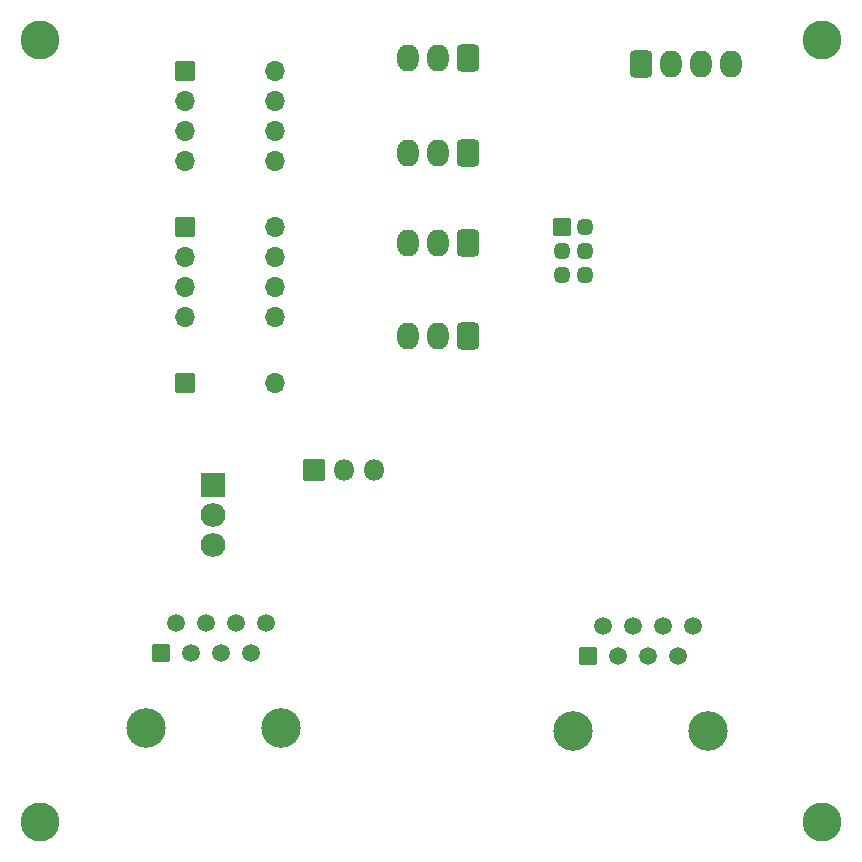
<source format=gbr>
%TF.GenerationSoftware,KiCad,Pcbnew,(7.0.0)*%
%TF.CreationDate,2023-02-21T14:29:59-06:00*%
%TF.ProjectId,smeza_pcb_v3,736d657a-615f-4706-9362-5f76332e6b69,rev?*%
%TF.SameCoordinates,Original*%
%TF.FileFunction,Soldermask,Bot*%
%TF.FilePolarity,Negative*%
%FSLAX46Y46*%
G04 Gerber Fmt 4.6, Leading zero omitted, Abs format (unit mm)*
G04 Created by KiCad (PCBNEW (7.0.0)) date 2023-02-21 14:29:59*
%MOMM*%
%LPD*%
G01*
G04 APERTURE LIST*
G04 Aperture macros list*
%AMRoundRect*
0 Rectangle with rounded corners*
0 $1 Rounding radius*
0 $2 $3 $4 $5 $6 $7 $8 $9 X,Y pos of 4 corners*
0 Add a 4 corners polygon primitive as box body*
4,1,4,$2,$3,$4,$5,$6,$7,$8,$9,$2,$3,0*
0 Add four circle primitives for the rounded corners*
1,1,$1+$1,$2,$3*
1,1,$1+$1,$4,$5*
1,1,$1+$1,$6,$7*
1,1,$1+$1,$8,$9*
0 Add four rect primitives between the rounded corners*
20,1,$1+$1,$2,$3,$4,$5,0*
20,1,$1+$1,$4,$5,$6,$7,0*
20,1,$1+$1,$6,$7,$8,$9,0*
20,1,$1+$1,$8,$9,$2,$3,0*%
G04 Aperture macros list end*
%ADD10RoundRect,0.050000X-0.800000X-0.800000X0.800000X-0.800000X0.800000X0.800000X-0.800000X0.800000X0*%
%ADD11O,1.700000X1.700000*%
%ADD12RoundRect,0.050000X-0.675000X-0.675000X0.675000X-0.675000X0.675000X0.675000X-0.675000X0.675000X0*%
%ADD13O,1.450000X1.450000*%
%ADD14RoundRect,0.300000X0.620000X0.845000X-0.620000X0.845000X-0.620000X-0.845000X0.620000X-0.845000X0*%
%ADD15O,1.840000X2.290000*%
%ADD16RoundRect,0.050000X-1.000000X0.952500X-1.000000X-0.952500X1.000000X-0.952500X1.000000X0.952500X0*%
%ADD17O,2.100000X2.005000*%
%ADD18C,3.300000*%
%ADD19C,3.350000*%
%ADD20RoundRect,0.050000X-0.700000X-0.700000X0.700000X-0.700000X0.700000X0.700000X-0.700000X0.700000X0*%
%ADD21C,1.500000*%
%ADD22RoundRect,0.300000X-0.620000X-0.845000X0.620000X-0.845000X0.620000X0.845000X-0.620000X0.845000X0*%
%ADD23RoundRect,0.050000X0.850000X-0.850000X0.850000X0.850000X-0.850000X0.850000X-0.850000X-0.850000X0*%
%ADD24O,1.800000X1.800000*%
G04 APERTURE END LIST*
D10*
%TO.C,SW1*%
X118914500Y-60970000D03*
D11*
X118914499Y-63509999D03*
X118914499Y-66049999D03*
X118914499Y-68589999D03*
X126534499Y-68589999D03*
X126534499Y-66049999D03*
X126534499Y-63509999D03*
X126534499Y-60969999D03*
%TD*%
D12*
%TO.C,J9*%
X150765000Y-74200000D03*
D13*
X152764999Y-74199999D03*
X150764999Y-76199999D03*
X152764999Y-76199999D03*
X150764999Y-78199999D03*
X152764999Y-78199999D03*
%TD*%
D14*
%TO.C,J7*%
X142875000Y-75545000D03*
D15*
X140334999Y-75544999D03*
X137794999Y-75544999D03*
%TD*%
D16*
%TO.C,U1*%
X121229000Y-96012000D03*
D17*
X121228999Y-98551999D03*
X121228999Y-101091999D03*
%TD*%
D18*
%TO.C,REF\u002A\u002A*%
X172800000Y-124540000D03*
%TD*%
D10*
%TO.C,SW2*%
X118872000Y-74168000D03*
D11*
X118871999Y-76707999D03*
X118871999Y-79247999D03*
X118871999Y-81787999D03*
X126491999Y-81787999D03*
X126491999Y-79247999D03*
X126491999Y-76707999D03*
X126491999Y-74167999D03*
%TD*%
D14*
%TO.C,J5*%
X142875000Y-59885000D03*
D15*
X140334999Y-59884999D03*
X137794999Y-59884999D03*
%TD*%
D19*
%TO.C,J2*%
X115570000Y-116625000D03*
X127000000Y-116625000D03*
D20*
X116840000Y-110275000D03*
D21*
X118110000Y-107735000D03*
X119380000Y-110275000D03*
X120650000Y-107735000D03*
X121920000Y-110275000D03*
X123190000Y-107735000D03*
X124460000Y-110275000D03*
X125730000Y-107735000D03*
%TD*%
D22*
%TO.C,J4*%
X157496000Y-60387000D03*
D15*
X160035999Y-60386999D03*
X162575999Y-60386999D03*
X165115999Y-60386999D03*
%TD*%
D19*
%TO.C,J1*%
X151765000Y-116840000D03*
X163195000Y-116840000D03*
D20*
X153035000Y-110490000D03*
D21*
X154305000Y-107950000D03*
X155575000Y-110490000D03*
X156845000Y-107950000D03*
X158115000Y-110490000D03*
X159385000Y-107950000D03*
X160655000Y-110490000D03*
X161925000Y-107950000D03*
%TD*%
D14*
%TO.C,J8*%
X142875000Y-83395000D03*
D15*
X140334999Y-83394999D03*
X137794999Y-83394999D03*
%TD*%
D14*
%TO.C,J6*%
X142875000Y-67925000D03*
D15*
X140334999Y-67924999D03*
X137794999Y-67924999D03*
%TD*%
D23*
%TO.C,J3*%
X129794000Y-94742000D03*
D24*
X132333999Y-94741999D03*
X134873999Y-94741999D03*
%TD*%
D18*
%TO.C,REF\u002A\u002A*%
X106600000Y-58340000D03*
%TD*%
%TO.C,REF\u002A\u002A*%
X106600000Y-124540000D03*
%TD*%
%TO.C,REF\u002A\u002A*%
X172800000Y-58340000D03*
%TD*%
D10*
%TO.C,SW3*%
X118872000Y-87376000D03*
D11*
X126491999Y-87375999D03*
%TD*%
M02*

</source>
